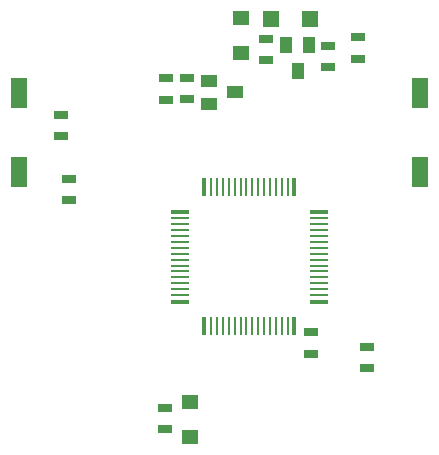
<source format=gtp>
G75*
%MOIN*%
%OFA0B0*%
%FSLAX25Y25*%
%IPPOS*%
%LPD*%
%AMOC8*
5,1,8,0,0,1.08239X$1,22.5*
%
%ADD10R,0.04724X0.03150*%
%ADD11R,0.05500X0.05500*%
%ADD12R,0.05512X0.04724*%
%ADD13R,0.05512X0.03937*%
%ADD14R,0.03937X0.05512*%
%ADD15R,0.05906X0.01575*%
%ADD16R,0.05906X0.01102*%
%ADD17R,0.01575X0.05906*%
%ADD18R,0.01102X0.05906*%
%ADD19R,0.05512X0.10433*%
D10*
X0062611Y0013063D03*
X0062611Y0020150D03*
X0111036Y0038142D03*
X0111036Y0045228D03*
X0129776Y0040307D03*
X0129776Y0033220D03*
X0069934Y0122866D03*
X0069934Y0129953D03*
X0062808Y0129913D03*
X0062808Y0122827D03*
X0096154Y0135937D03*
X0096154Y0143024D03*
X0116942Y0140661D03*
X0116942Y0133575D03*
X0126863Y0136488D03*
X0126863Y0143575D03*
X0030564Y0096409D03*
X0030564Y0089323D03*
X0027769Y0110504D03*
X0027769Y0117591D03*
D11*
X0097686Y0149795D03*
X0110686Y0149795D03*
D12*
X0087808Y0150110D03*
X0087808Y0138299D03*
X0070682Y0022118D03*
X0070682Y0010307D03*
D13*
X0077217Y0121488D03*
X0077217Y0128969D03*
X0085879Y0125228D03*
D14*
X0102965Y0140976D03*
X0110446Y0140976D03*
X0106706Y0132315D03*
D15*
X0113831Y0085425D03*
X0113831Y0055425D03*
X0067375Y0055425D03*
X0067375Y0085425D03*
D16*
X0067375Y0083220D03*
X0067375Y0081252D03*
X0067375Y0079283D03*
X0067375Y0077315D03*
X0067375Y0075346D03*
X0067375Y0073378D03*
X0067375Y0071409D03*
X0067375Y0069441D03*
X0067375Y0067472D03*
X0067375Y0065504D03*
X0067375Y0063535D03*
X0067375Y0061567D03*
X0067375Y0059598D03*
X0067375Y0057630D03*
X0113831Y0057630D03*
X0113831Y0059598D03*
X0113831Y0061567D03*
X0113831Y0063535D03*
X0113831Y0065504D03*
X0113831Y0067472D03*
X0113831Y0069441D03*
X0113831Y0071409D03*
X0113831Y0073378D03*
X0113831Y0075346D03*
X0113831Y0077315D03*
X0113831Y0079283D03*
X0113831Y0081252D03*
X0113831Y0083220D03*
D17*
X0105603Y0093654D03*
X0075603Y0093654D03*
X0075603Y0047197D03*
X0105603Y0047197D03*
D18*
X0103398Y0047197D03*
X0101430Y0047197D03*
X0099461Y0047197D03*
X0097493Y0047197D03*
X0095524Y0047197D03*
X0093556Y0047197D03*
X0091587Y0047197D03*
X0089619Y0047197D03*
X0087650Y0047197D03*
X0085682Y0047197D03*
X0083713Y0047197D03*
X0081745Y0047197D03*
X0079776Y0047197D03*
X0077808Y0047197D03*
X0077808Y0093654D03*
X0079776Y0093654D03*
X0081745Y0093654D03*
X0083713Y0093654D03*
X0085682Y0093654D03*
X0087650Y0093654D03*
X0089619Y0093654D03*
X0091587Y0093654D03*
X0093556Y0093654D03*
X0095524Y0093654D03*
X0097493Y0093654D03*
X0099461Y0093654D03*
X0101430Y0093654D03*
X0103398Y0093654D03*
D19*
X0147572Y0098791D03*
X0147572Y0124972D03*
X0013713Y0124972D03*
X0013713Y0098791D03*
M02*

</source>
